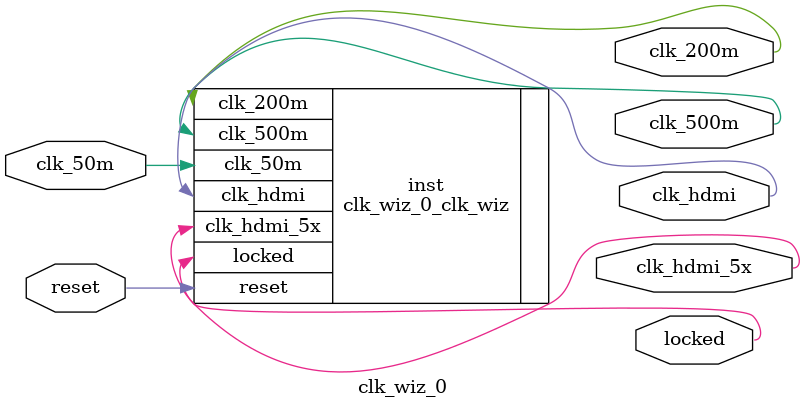
<source format=v>


`timescale 1ps/1ps

(* CORE_GENERATION_INFO = "clk_wiz_0,clk_wiz_v6_0_1_0_0,{component_name=clk_wiz_0,use_phase_alignment=true,use_min_o_jitter=false,use_max_i_jitter=false,use_dyn_phase_shift=false,use_inclk_switchover=false,use_dyn_reconfig=false,enable_axi=0,feedback_source=FDBK_AUTO,PRIMITIVE=MMCM,num_out_clk=4,clkin1_period=20.000,clkin2_period=10.0,use_power_down=false,use_reset=true,use_locked=true,use_inclk_stopped=false,feedback_type=SINGLE,CLOCK_MGR_TYPE=NA,manual_override=false}" *)

module clk_wiz_0 
 (
  // Clock out ports
  output        clk_200m,
  output        clk_500m,
  output        clk_hdmi,
  output        clk_hdmi_5x,
  // Status and control signals
  input         reset,
  output        locked,
 // Clock in ports
  input         clk_50m
 );

  clk_wiz_0_clk_wiz inst
  (
  // Clock out ports  
  .clk_200m(clk_200m),
  .clk_500m(clk_500m),
  .clk_hdmi(clk_hdmi),
  .clk_hdmi_5x(clk_hdmi_5x),
  // Status and control signals               
  .reset(reset), 
  .locked(locked),
 // Clock in ports
  .clk_50m(clk_50m)
  );

endmodule

</source>
